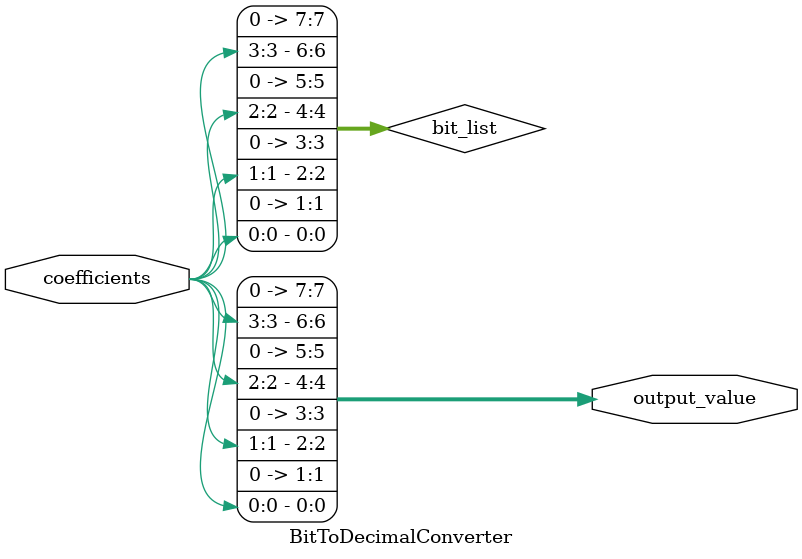
<source format=sv>
module BitToDecimalConverter (
    input logic [3:0] coefficients,  // 4-bit input representing the compressed value
    output logic [7:0] output_value  // 8-bit output representing the original value
);
    logic [7:0] bit_list;  // Reconstructed 8-bit value

    always_comb begin
        bit_list = 0; // Initialize bit_list
        for (int i = 0; i < 4; i++) begin
            bit_list[i * 2] = coefficients[i]; // Assign the bit values from coefficients
            bit_list[i * 2 + 1] = 0;           // Set the second bit in each pair to 0
        end
        output_value = bit_list; // Assign the reconstructed value to output_value
    end
endmodule

</source>
